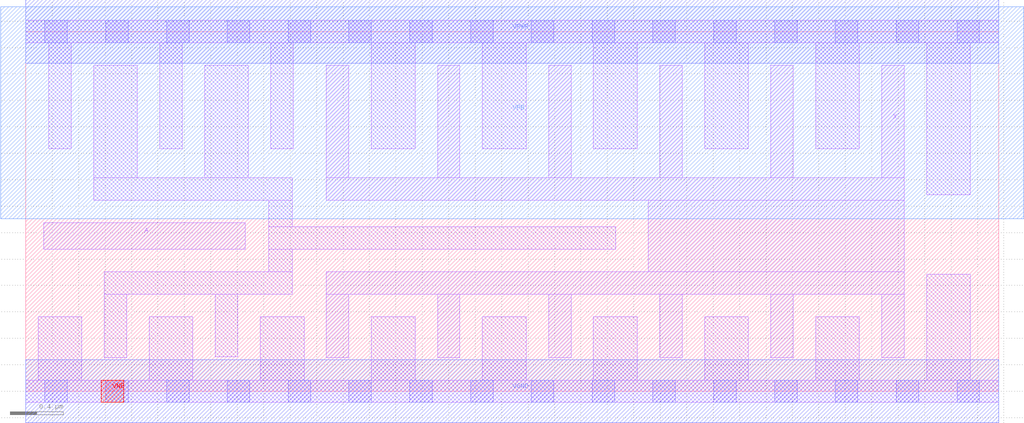
<source format=lef>
# Copyright 2020 The SkyWater PDK Authors
#
# Licensed under the Apache License, Version 2.0 (the "License");
# you may not use this file except in compliance with the License.
# You may obtain a copy of the License at
#
#     https://www.apache.org/licenses/LICENSE-2.0
#
# Unless required by applicable law or agreed to in writing, software
# distributed under the License is distributed on an "AS IS" BASIS,
# WITHOUT WARRANTIES OR CONDITIONS OF ANY KIND, either express or implied.
# See the License for the specific language governing permissions and
# limitations under the License.
#
# SPDX-License-Identifier: Apache-2.0

VERSION 5.7 ;
  NOWIREEXTENSIONATPIN ON ;
  DIVIDERCHAR "/" ;
  BUSBITCHARS "[]" ;
MACRO sky130_fd_sc_hd__buf_12
  CLASS CORE ;
  FOREIGN sky130_fd_sc_hd__buf_12 ;
  ORIGIN  0.000000  0.000000 ;
  SIZE  7.360000 BY  2.720000 ;
  SYMMETRY X Y R90 ;
  SITE unithd ;
  PIN A
    ANTENNAGATEAREA  0.990000 ;
    DIRECTION INPUT ;
    USE SIGNAL ;
    PORT
      LAYER li1 ;
        RECT 0.135000 1.075000 1.660000 1.275000 ;
    END
  END A
  PIN X
    ANTENNADIFFAREA  2.673000 ;
    DIRECTION OUTPUT ;
    USE SIGNAL ;
    PORT
      LAYER li1 ;
        RECT 2.275000 0.255000 2.445000 0.735000 ;
        RECT 2.275000 0.735000 6.645000 0.905000 ;
        RECT 2.275000 1.445000 6.645000 1.615000 ;
        RECT 2.275000 1.615000 2.445000 2.465000 ;
        RECT 3.115000 0.255000 3.285000 0.735000 ;
        RECT 3.115000 1.615000 3.285000 2.465000 ;
        RECT 3.955000 0.255000 4.125000 0.735000 ;
        RECT 3.955000 1.615000 4.125000 2.465000 ;
        RECT 4.710000 0.905000 6.645000 1.445000 ;
        RECT 4.795000 0.255000 4.965000 0.735000 ;
        RECT 4.795000 1.615000 4.965000 2.465000 ;
        RECT 5.635000 0.255000 5.805000 0.735000 ;
        RECT 5.635000 1.615000 5.805000 2.465000 ;
        RECT 6.475000 0.255000 6.645000 0.735000 ;
        RECT 6.475000 1.615000 6.645000 2.465000 ;
    END
  END X
  PIN VGND
    DIRECTION INOUT ;
    SHAPE ABUTMENT ;
    USE GROUND ;
    PORT
      LAYER met1 ;
        RECT 0.000000 -0.240000 7.360000 0.240000 ;
    END
  END VGND
  PIN VNB
    DIRECTION INOUT ;
    USE GROUND ;
    PORT
      LAYER pwell ;
        RECT 0.570000 -0.085000 0.740000 0.085000 ;
    END
  END VNB
  PIN VPB
    DIRECTION INOUT ;
    USE POWER ;
    PORT
      LAYER nwell ;
        RECT -0.190000 1.305000 7.550000 2.910000 ;
    END
  END VPB
  PIN VPWR
    DIRECTION INOUT ;
    SHAPE ABUTMENT ;
    USE POWER ;
    PORT
      LAYER met1 ;
        RECT 0.000000 2.480000 7.360000 2.960000 ;
    END
  END VPWR
  OBS
    LAYER li1 ;
      RECT 0.000000 -0.085000 7.360000 0.085000 ;
      RECT 0.000000  2.635000 7.360000 2.805000 ;
      RECT 0.095000  0.085000 0.425000 0.565000 ;
      RECT 0.175000  1.835000 0.345000 2.635000 ;
      RECT 0.515000  1.445000 2.015000 1.615000 ;
      RECT 0.515000  1.615000 0.845000 2.465000 ;
      RECT 0.595000  0.255000 0.765000 0.735000 ;
      RECT 0.595000  0.735000 2.015000 0.905000 ;
      RECT 0.935000  0.085000 1.265000 0.565000 ;
      RECT 1.015000  1.835000 1.185000 2.635000 ;
      RECT 1.355000  1.615000 1.685000 2.465000 ;
      RECT 1.435000  0.260000 1.605000 0.735000 ;
      RECT 1.775000  0.085000 2.105000 0.565000 ;
      RECT 1.840000  0.905000 2.015000 1.075000 ;
      RECT 1.840000  1.075000 4.465000 1.245000 ;
      RECT 1.840000  1.245000 2.015000 1.445000 ;
      RECT 1.855000  1.835000 2.025000 2.635000 ;
      RECT 2.615000  0.085000 2.945000 0.565000 ;
      RECT 2.615000  1.835000 2.945000 2.635000 ;
      RECT 3.455000  0.085000 3.785000 0.565000 ;
      RECT 3.455000  1.835000 3.785000 2.635000 ;
      RECT 4.295000  0.085000 4.625000 0.565000 ;
      RECT 4.295000  1.835000 4.625000 2.635000 ;
      RECT 5.135000  0.085000 5.465000 0.565000 ;
      RECT 5.135000  1.835000 5.465000 2.635000 ;
      RECT 5.975000  0.085000 6.305000 0.565000 ;
      RECT 5.975000  1.835000 6.305000 2.635000 ;
      RECT 6.815000  0.085000 7.145000 0.885000 ;
      RECT 6.815000  1.485000 7.145000 2.635000 ;
    LAYER mcon ;
      RECT 0.145000 -0.085000 0.315000 0.085000 ;
      RECT 0.145000  2.635000 0.315000 2.805000 ;
      RECT 0.605000 -0.085000 0.775000 0.085000 ;
      RECT 0.605000  2.635000 0.775000 2.805000 ;
      RECT 1.065000 -0.085000 1.235000 0.085000 ;
      RECT 1.065000  2.635000 1.235000 2.805000 ;
      RECT 1.525000 -0.085000 1.695000 0.085000 ;
      RECT 1.525000  2.635000 1.695000 2.805000 ;
      RECT 1.985000 -0.085000 2.155000 0.085000 ;
      RECT 1.985000  2.635000 2.155000 2.805000 ;
      RECT 2.445000 -0.085000 2.615000 0.085000 ;
      RECT 2.445000  2.635000 2.615000 2.805000 ;
      RECT 2.905000 -0.085000 3.075000 0.085000 ;
      RECT 2.905000  2.635000 3.075000 2.805000 ;
      RECT 3.365000 -0.085000 3.535000 0.085000 ;
      RECT 3.365000  2.635000 3.535000 2.805000 ;
      RECT 3.825000 -0.085000 3.995000 0.085000 ;
      RECT 3.825000  2.635000 3.995000 2.805000 ;
      RECT 4.285000 -0.085000 4.455000 0.085000 ;
      RECT 4.285000  2.635000 4.455000 2.805000 ;
      RECT 4.745000 -0.085000 4.915000 0.085000 ;
      RECT 4.745000  2.635000 4.915000 2.805000 ;
      RECT 5.205000 -0.085000 5.375000 0.085000 ;
      RECT 5.205000  2.635000 5.375000 2.805000 ;
      RECT 5.665000 -0.085000 5.835000 0.085000 ;
      RECT 5.665000  2.635000 5.835000 2.805000 ;
      RECT 6.125000 -0.085000 6.295000 0.085000 ;
      RECT 6.125000  2.635000 6.295000 2.805000 ;
      RECT 6.585000 -0.085000 6.755000 0.085000 ;
      RECT 6.585000  2.635000 6.755000 2.805000 ;
      RECT 7.045000 -0.085000 7.215000 0.085000 ;
      RECT 7.045000  2.635000 7.215000 2.805000 ;
  END
END sky130_fd_sc_hd__buf_12
END LIBRARY

</source>
